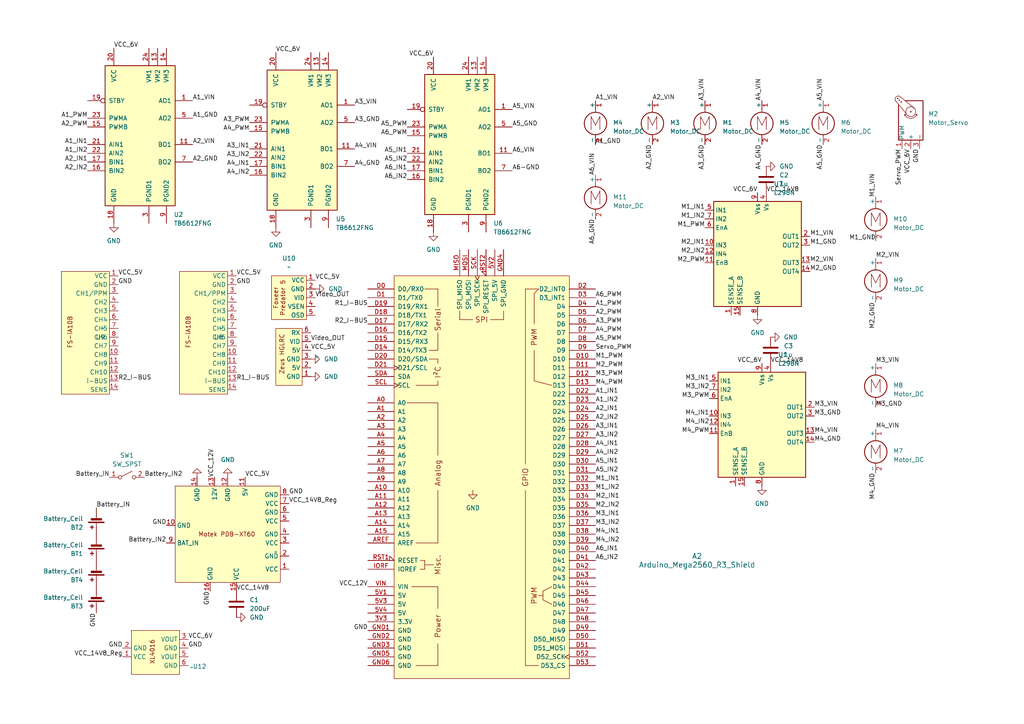
<source format=kicad_sch>
(kicad_sch (version 20250114) (generator "eeschema") (generator_version "9.0")
  (paper "A4")
  (title_block (title "FPV-ROVER") (date "2025-12-15"))
  (lib_symbols
    (symbol "Device:Battery_Cell" (pin_numbers (hide yes)) (pin_names (offset 0) (hide yes))
      (property "Reference" "BT" (at 2.54 2.54 0))
      (property "Value" "Battery_Cell" (at 2.54 0 0))
      (symbol "Battery_Cell_0_1"
        (rectangle (start -2.286 1.778) (end 2.286 1.524) (fill (type outline)))
        (rectangle (start -1.524 1.016) (end 1.524 0.508) (fill (type outline)))
        (polyline (pts (xy 0 1.778) (xy 0 2.54)))
        (polyline (pts (xy 0 0.762) (xy 0 0)))
        (polyline (pts (xy 0.762 3.048) (xy 1.778 3.048)) (stroke (width 0.254)))
        (polyline (pts (xy 1.27 3.556) (xy 1.27 2.54)) (stroke (width 0.254)))
      )
      (symbol "Battery_Cell_1_1"
        (pin passive line (at 0 5.08 270) (length 2.54) (name "+") (number "1"))
        (pin passive line (at 0 -2.54 90) (length 2.54) (name "-") (number "2"))
      )
    )
    (symbol "Device:C" (pin_numbers (hide yes)) (pin_names (offset 0.254))
      (property "Reference" "C" (at 0.635 2.54 0))
      (property "Value" "C" (at 0.635 -2.54 0))
      (symbol "C_0_1"
        (polyline (pts (xy -2.032 0.762) (xy 2.032 0.762)) (stroke (width 0.508)))
        (polyline (pts (xy -2.032 -0.762) (xy 2.032 -0.762)) (stroke (width 0.508)))
      )
      (symbol "C_1_1"
        (pin passive line (at 0 3.81 270) (length 2.794) (name "~") (number "1"))
        (pin passive line (at 0 -3.81 90) (length 2.794) (name "~") (number "2"))
      )
    )
    (symbol "Driver_Motor:L298N"
      (property "Reference" "U" (at -10.16 16.51 0))
      (property "Value" "L298N" (at 12.7 16.51 0))
      (symbol "L298N_0_1"
        (rectangle (start -12.7 15.24) (end 12.7 -15.24) (stroke (width 0.254)) (fill (type background)))
      )
      (symbol "L298N_1_1"
        (pin input line (at -15.24 12.7 0) (length 2.54) (name "IN1") (number "5"))
        (pin input line (at -15.24 10.16 0) (length 2.54) (name "IN2") (number "7"))
        (pin input line (at -15.24 7.62 0) (length 2.54) (name "EnA") (number "6"))
        (pin input line (at -15.24 2.54 0) (length 2.54) (name "IN3") (number "10"))
        (pin input line (at -15.24 0 0) (length 2.54) (name "IN4") (number "12"))
        (pin input line (at -15.24 -2.54 0) (length 2.54) (name "EnB") (number "11"))
        (pin input line (at -7.62 -17.78 90) (length 2.54) (name "SENSE_A") (number "1"))
        (pin input line (at -5.08 -17.78 90) (length 2.54) (name "SENSE_B") (number "15"))
        (pin power_in line (at 0 17.78 270) (length 2.54) (name "Vss") (number "9"))
        (pin power_in line (at 0 -17.78 90) (length 2.54) (name "GND") (number "8"))
        (pin power_in line (at 2.54 17.78 270) (length 2.54) (name "Vs") (number "4"))
        (pin output line (at 15.24 5.08 180) (length 2.54) (name "OUT1") (number "2"))
        (pin output line (at 15.24 2.54 180) (length 2.54) (name "OUT2") (number "3"))
        (pin output line (at 15.24 -2.54 180) (length 2.54) (name "OUT3") (number "13"))
        (pin output line (at 15.24 -5.08 180) (length 2.54) (name "OUT4") (number "14"))
      )
    )
    (symbol "Driver_Motor:TB6612FNG" (pin_names (offset 1.016))
      (property "Reference" "U" (at 11.43 17.78 0))
      (property "Value" "TB6612FNG" (at 11.43 15.24 0))
      (symbol "TB6612FNG_0_1"
        (rectangle (start -10.16 20.32) (end 10.16 -20.32) (stroke (width 0.254)) (fill (type background)))
      )
      (symbol "TB6612FNG_1_1"
        (pin input inverted (at -15.24 10.16 0) (length 5.08) (name "STBY") (number "19"))
        (pin input line (at -15.24 5.08 0) (length 5.08) (name "PWMA") (number "23"))
        (pin input line (at -15.24 2.54 0) (length 5.08) (name "PWMB") (number "15"))
        (pin input line (at -15.24 -2.54 0) (length 5.08) (name "AIN1") (number "21"))
        (pin input line (at -15.24 -5.08 0) (length 5.08) (name "AIN2") (number "22"))
        (pin input line (at -15.24 -7.62 0) (length 5.08) (name "BIN1") (number "17"))
        (pin input line (at -15.24 -10.16 0) (length 5.08) (name "BIN2") (number "16"))
        (pin power_in line (at -7.62 25.4 270) (length 5.08) (name "VCC") (number "20"))
        (pin power_in line (at -7.62 -25.4 90) (length 5.08) (name "GND") (number "18"))
        (pin power_in line (at 2.54 25.4 270) (length 5.08) (name "VM1") (number "24"))
        (pin power_in line (at 2.54 -25.4 90) (length 5.08) (name "PGND1") (number "3"))
        (pin passive line (at 2.54 -25.4 90) (length 5.08) (hide yes) (name "PGND1") (number "4"))
        (pin power_in line (at 5.08 25.4 270) (length 5.08) (name "VM2") (number "13"))
        (pin power_in line (at 7.62 25.4 270) (length 5.08) (name "VM3") (number "14"))
        (pin passive line (at 7.62 -25.4 90) (length 5.08) (hide yes) (name "PGND2") (number "10"))
        (pin power_in line (at 7.62 -25.4 90) (length 5.08) (name "PGND2") (number "9"))
        (pin output line (at 15.24 10.16 180) (length 5.08) (name "AO1") (number "1"))
        (pin passive line (at 15.24 10.16 180) (length 5.08) (hide yes) (name "AO1") (number "2"))
        (pin output line (at 15.24 5.08 180) (length 5.08) (name "AO2") (number "5"))
        (pin passive line (at 15.24 5.08 180) (length 5.08) (hide yes) (name "AO2") (number "6"))
        (pin output line (at 15.24 -2.54 180) (length 5.08) (name "BO1") (number "11"))
        (pin passive line (at 15.24 -2.54 180) (length 5.08) (hide yes) (name "BO1") (number "12"))
        (pin output line (at 15.24 -7.62 180) (length 5.08) (name "BO2") (number "7"))
        (pin passive line (at 15.24 -7.62 180) (length 5.08) (hide yes) (name "BO2") (number "8"))
      )
    )
    (symbol "Extra_Components_Personalized:FS-IA10B"
      (property "Reference" "U8" (at -1.27 15.2399 0))
      (property "Value" "~" (at -1.27 17.7799 0))
      (symbol "FS-IA10B_0_0"
        (pin power_in line (at 2.54 33.02 180) (length 2.54) (name "VCC") (number "1"))
        (pin power_in line (at 2.54 30.48 180) (length 2.54) (name "GND") (number "2"))
        (pin bidirectional line (at 2.54 27.94 180) (length 2.54) (name "CH1/PPM") (number "3"))
        (pin output line (at 2.54 25.4 180) (length 2.54) (name "CH2") (number "4"))
        (pin output line (at 2.54 22.86 180) (length 2.54) (name "CH3") (number "5"))
        (pin output line (at 2.54 20.32 180) (length 2.54) (name "CH4") (number "6"))
        (pin output line (at 2.54 17.78 180) (length 2.54) (name "CH5") (number "7"))
        (pin output line (at 2.54 15.24 180) (length 2.54) (name "CH6") (number "8"))
        (pin output line (at 2.54 12.7 180) (length 2.54) (name "CH7") (number "9"))
        (pin output line (at 2.54 10.16 180) (length 2.54) (name "CH8") (number "10"))
        (pin output line (at 2.54 7.62 180) (length 2.54) (name "CH9") (number "11"))
        (pin output line (at 2.54 5.08 180) (length 2.54) (name "CH10") (number "12"))
        (pin bidirectional line (at 2.54 2.54 180) (length 2.54) (name "i-BUS") (number "13"))
        (pin bidirectional line (at 2.54 0 180) (length 2.54) (name "SENS") (number "14"))
      )
      (symbol "FS-IA10B_1_1"
        (rectangle (start -13.97 34.29) (end 0 -1.27) (fill (type background)))
        (text "FS-iA10B" (at -11.43 16.764 900) (effects (font (size 1.27 1.27))))
      )
    )
    (symbol "Extra_Components_Personalized:Foxeer_Predator_5"
      (property "Reference" "U10" (at 0 17.78 0))
      (property "Value" "~" (at 0 15.24 0))
      (symbol "Foxeer_Predator_5_0_0"
        (pin power_in line (at 7.62 11.43 180) (length 2.54) (name "VCC") (number "1"))
        (pin power_in line (at 7.62 8.89 180) (length 2.54) (name "GND") (number "2"))
        (pin output line (at 7.62 6.35 180) (length 2.54) (name "VID") (number "3"))
        (pin output line (at 7.62 3.81 180) (length 2.54) (name "VSEN") (number "4"))
        (pin output line (at 7.62 1.27 180) (length 2.54) (name "OSD") (number "5"))
      )
      (symbol "Foxeer_Predator_5_1_1"
        (rectangle (start -5.08 12.7) (end 5.08 0) (fill (type background)))
        (text "Foxeer\nPredator 5\n" (at -2.794 6.35 900) (effects (font (size 1.27 1.27))))
      )
    )
    (symbol "Extra_Components_Personalized:XL4016"
      (property "Reference" "U" (at -16.51 1.27 0))
      (symbol "XL4016_0_0"
        (pin unspecified line (at -16.51 3.81 0) (length 2.54) (name "GND") (number "2"))
        (pin unspecified line (at -16.51 1.27 0) (length 2.54) (name "VCC") (number "1"))
        (pin unspecified line (at 2.54 6.35 180) (length 2.54) (name "VOUT") (number "3"))
        (pin unspecified line (at 2.54 3.81 180) (length 2.54) (name "GND") (number "4"))
        (pin unspecified line (at 2.54 1.27 180) (length 2.54) (name "VOUT") (number "5"))
        (pin unspecified line (at 2.54 -1.27 180) (length 2.54) (name "GND") (number "6"))
      )
      (symbol "XL4016_1_1"
        (rectangle (start -13.97 8.89) (end 0 -3.81) (fill (type background)))
        (text "XL4016\n" (at -7.874 2.794 900) (effects (font (size 1.27 1.27))))
      )
    )
    (symbol "Motor:Motor_DC" (pin_names (offset 0))
      (property "Reference" "M" (at 2.54 2.54 0))
      (property "Value" "Motor_DC" (at 2.54 -5.08 0))
      (symbol "Motor_DC_0_0"
        (polyline (pts (xy -1.27 -3.302) (xy -1.27 0.508) (xy 0 -2.032) (xy 1.27 0.508) (xy 1.27 -3.302)))
      )
      (symbol "Motor_DC_0_1"
        (polyline (pts (xy 0 2.032) (xy 0 2.54)))
        (polyline (pts (xy 0 1.7272) (xy 0 2.0828)))
        (circle (center 0 -1.524) (radius 3.2512) (stroke (width 0.254)))
        (polyline (pts (xy 0 -4.7752) (xy 0 -5.1816)))
        (polyline (pts (xy 0 -7.62) (xy 0 -7.112)))
      )
      (symbol "Motor_DC_1_1"
        (pin passive line (at 0 5.08 270) (length 2.54) (name "+") (number "1"))
        (pin passive line (at 0 -7.62 90) (length 2.54) (name "-") (number "2"))
      )
    )
    (symbol "Motor:Motor_Servo" (pin_names (offset 0.0254))
      (property "Reference" "M" (at -5.08 4.445 0))
      (property "Value" "Motor_Servo" (at -5.08 -4.064 0))
      (symbol "Motor_Servo_0_1"
        (polyline (pts (xy 2.413 1.778) (xy 1.905 1.778)))
        (polyline (pts (xy 2.413 1.778) (xy 2.286 1.397)))
        (polyline (pts (xy 2.413 -1.778) (xy 2.032 -1.778)))
        (polyline (pts (xy 2.413 -1.778) (xy 2.286 -1.397)))
        (arc (start 2.413 -1.778) (mid 1.2406 0) (end 2.413 1.778))
        (circle (center 3.175 0) (radius 0.1778))
        (circle (center 3.175 0) (radius 1.4224))
        (polyline (pts (xy 5.08 3.556) (xy -5.08 3.556) (xy -5.08 -3.556) (xy 6.35 -3.556) (xy 6.35 1.524)) (stroke (width 0.254)))
        (circle (center 5.969 2.794) (radius 0.127))
        (polyline (pts (xy 6.35 4.445) (xy 2.54 1.27)))
        (circle (center 6.477 3.302) (radius 0.127))
        (arc (start 6.35 4.445) (mid 7.4487 4.2737) (end 7.62 3.175))
        (circle (center 6.985 3.81) (radius 0.127))
        (polyline (pts (xy 7.62 3.175) (xy 4.191 -1.016)))
      )
      (symbol "Motor_Servo_1_1"
        (pin passive line (at -7.62 2.54 0) (length 2.54) (name "PWM") (number "1"))
        (pin passive line (at -7.62 0 0) (length 2.54) (name "+") (number "2"))
        (pin passive line (at -7.62 -2.54 0) (length 2.54) (name "-") (number "3"))
      )
    )
    (symbol "PDB-XT60:PDB-XT60"
      (property "Value" "~" (at 29.21 8.8198 0))
      (symbol "PDB-XT60_1_1"
        (rectangle (start 0 27.94) (end 30.48 0) (fill (type background)))
        (text "Motek PDB-XT60" (at 14.986 13.97 0) (effects (font (size 1.27 1.27))))
        (pin power_in line (at -2.54 16.51 0) (length 2.54) (name "GND") (number "10"))
        (pin power_in line (at -2.54 11.43 0) (length 2.54) (name "BAT_IN") (number "9"))
        (pin power_out line (at 6.35 30.48 270) (length 2.54) (name "GND") (number "14"))
        (pin power_out line (at 10.16 -2.54 90) (length 2.54) (name "GND") (number "16"))
        (pin power_out line (at 11.43 30.48 270) (length 2.54) (name "12V") (number "13"))
        (pin power_out line (at 15.24 30.48 270) (length 2.54) (name "GND") (number "12"))
        (pin power_out line (at 17.78 -2.54 90) (length 2.54) (name "VCC") (number "15"))
        (pin power_out line (at 20.32 30.48 270) (length 2.54) (name "5V") (number "11"))
        (pin passive line (at 33.02 25.4 180) (length 2.54) (name "GND") (number "8"))
        (pin passive line (at 33.02 22.86 180) (length 2.54) (name "VCC") (number "7"))
        (pin passive line (at 33.02 20.32 180) (length 2.54) (name "GND") (number "6"))
        (pin passive line (at 33.02 17.78 180) (length 2.54) (name "VCC") (number "5"))
        (pin passive line (at 33.02 13.97 180) (length 2.54) (name "GND") (number "4"))
        (pin passive line (at 33.02 11.43 180) (length 2.54) (name "VCC") (number "3"))
        (pin passive line (at 33.02 7.62 180) (length 2.54) (name "GND") (number "2"))
        (pin passive line (at 33.02 3.81 180) (length 2.54) (name "VCC") (number "1"))
      )
    )
    (symbol "Switch:SW_SPST" (pin_names (offset 0) (hide yes))
      (property "Reference" "SW" (at 0 3.175 0))
      (property "Value" "SW_SPST" (at 0 -2.54 0))
      (symbol "SW_SPST_0_0"
        (circle (center -2.032 0) (radius 0.508))
        (polyline (pts (xy -1.524 0.254) (xy 1.524 1.778)))
        (circle (center 2.032 0) (radius 0.508))
      )
      (symbol "SW_SPST_1_1"
        (pin passive line (at -5.08 0 0) (length 2.54) (name "A") (number "1"))
        (pin passive line (at 5.08 0 180) (length 2.54) (name "B") (number "2"))
      )
    )
    (symbol "arduino-library:Arduino_Mega2560_R3_Shield" (pin_names (offset 1.016))
      (property "Reference" "A" (at 0 -62.23 0))
      (property "Value" "Arduino_Mega2560_R3_Shield" (at 0 -66.04 0))
      (symbol "Arduino_Mega2560_R3_Shield_0_0"
        (rectangle (start -25.4 -58.42) (end 25.4 58.42) (fill (type background)))
        (polyline (pts (xy -21.59 21.59) (xy -12.7 21.59)))
        (rectangle (start -20.32 -31.75) (end -12.7 -31.75))
        (rectangle (start -19.05 26.67) (end -12.7 26.67))
        (rectangle (start -19.05 -19.05) (end -12.7 -19.05))
        (rectangle (start -19.05 -54.61) (end -12.7 -54.61))
        (rectangle (start -17.78 -24.13) (end -16.51 -24.13))
        (rectangle (start -17.78 -26.67) (end -16.51 -26.67))
        (rectangle (start -16.51 54.61) (end -12.7 54.61))
        (rectangle (start -16.51 -24.13) (end -16.51 -26.67))
        (rectangle (start -16.51 -25.4) (end -13.97 -25.4))
        (rectangle (start -15.24 36.83) (end -12.7 36.83))
        (rectangle (start -15.24 34.29) (end -12.7 34.29))
        (rectangle (start -12.7 49.53) (end -12.7 54.61))
        (rectangle (start -12.7 41.91) (end -12.7 36.83))
        (rectangle (start -12.7 34.29) (end -12.7 33.02))
        (rectangle (start -12.7 26.67) (end -12.7 27.94))
        (polyline (pts (xy -12.7 6.35) (xy -12.7 21.59)))
        (polyline (pts (xy -12.7 -19.05) (xy -12.7 -3.81)))
        (rectangle (start -12.7 -31.75) (end -12.7 -38.1))
        (rectangle (start -12.7 -54.61) (end -12.7 -48.26))
        (rectangle (start -6.35 48.26) (end -6.35 45.72))
        (rectangle (start -2.54 45.72) (end -6.35 45.72))
        (rectangle (start 6.35 48.26) (end 6.35 45.72))
        (rectangle (start 6.35 45.72) (end 2.54 45.72))
        (polyline (pts (xy 12.7 54.61) (xy 16.51 54.61)))
        (polyline (pts (xy 12.7 -54.61) (xy 16.51 -54.61)))
        (polyline (pts (xy 15.24 44.45) (xy 15.24 53.34) (xy 16.51 54.61)))
        (polyline (pts (xy 15.24 36.83) (xy 15.24 27.94) (xy 20.32 26.67)))
        (polyline (pts (xy 17.78 -34.29) (xy 16.51 -34.29)))
        (polyline (pts (xy 20.32 -31.75) (xy 17.78 -33.02) (xy 17.78 -35.56) (xy 20.32 -36.83)))
        (text "Serial" (at -12.7 45.72 900) (effects (font (size 1.524 1.524))))
        (text "I²C" (at -12.7 30.48 900) (effects (font (size 1.524 1.524))))
        (text "Analog" (at -12.7 1.27 900) (effects (font (size 1.524 1.524))))
        (text "Misc." (at -12.7 -25.4 900) (effects (font (size 1.524 1.524))))
        (text "Power" (at -12.7 -43.18 900) (effects (font (size 1.524 1.524))))
        (text "SPI" (at 0 45.72 0) (effects (font (size 1.524 1.524))))
        (text "PWM" (at 15.24 40.64 900) (effects (font (size 1.524 1.524))))
        (text "PWM" (at 15.24 -34.29 900) (effects (font (size 1.524 1.524))))
      )
      (symbol "Arduino_Mega2560_R3_Shield_1_0"
        (rectangle (start 12.7 54.61) (end 12.7 3.81))
        (rectangle (start 12.7 -54.61) (end 12.7 -3.81))
        (text "GPIO" (at 12.7 0 900) (effects (font (size 1.524 1.524))))
      )
      (symbol "Arduino_Mega2560_R3_Shield_1_1"
        (pin bidirectional line (at -33.02 54.61 0) (length 7.62) (name "D0/RX0") (number "D0"))
        (pin bidirectional line (at -33.02 52.07 0) (length 7.62) (name "D1/TX0") (number "D1"))
        (pin bidirectional line (at -33.02 49.53 0) (length 7.62) (name "D19/RX1") (number "D19"))
        (pin bidirectional line (at -33.02 46.99 0) (length 7.62) (name "D18/TX1") (number "D18"))
        (pin bidirectional line (at -33.02 44.45 0) (length 7.62) (name "D17/RX2") (number "D17"))
        (pin bidirectional line (at -33.02 41.91 0) (length 7.62) (name "D16/TX2") (number "D16"))
        (pin bidirectional line (at -33.02 39.37 0) (length 7.62) (name "D15/RX3") (number "D15"))
        (pin bidirectional line (at -33.02 36.83 0) (length 7.62) (name "D14/TX3") (number "D14"))
        (pin bidirectional line (at -33.02 34.29 0) (length 7.62) (name "D20/SDA") (number "D20"))
        (pin bidirectional clock (at -33.02 31.75 0) (length 7.62) (name "D21/SCL") (number "D21"))
        (pin bidirectional line (at -33.02 29.21 0) (length 7.62) (name "SDA") (number "SDA"))
        (pin bidirectional clock (at -33.02 26.67 0) (length 7.62) (name "SCL") (number "SCL"))
        (pin bidirectional line (at -33.02 21.59 0) (length 7.62) (name "A0") (number "A0"))
        (pin bidirectional line (at -33.02 19.05 0) (length 7.62) (name "A1") (number "A1"))
        (pin bidirectional line (at -33.02 16.51 0) (length 7.62) (name "A2") (number "A2"))
        (pin bidirectional line (at -33.02 13.97 0) (length 7.62) (name "A3") (number "A3"))
        (pin bidirectional line (at -33.02 11.43 0) (length 7.62) (name "A4") (number "A4"))
        (pin bidirectional line (at -33.02 8.89 0) (length 7.62) (name "A5") (number "A5"))
        (pin bidirectional line (at -33.02 6.35 0) (length 7.62) (name "A6") (number "A6"))
        (pin bidirectional line (at -33.02 3.81 0) (length 7.62) (name "A7") (number "A7"))
        (pin bidirectional line (at -33.02 1.27 0) (length 7.62) (name "A8") (number "A8"))
        (pin bidirectional line (at -33.02 -1.27 0) (length 7.62) (name "A9") (number "A9"))
        (pin bidirectional line (at -33.02 -3.81 0) (length 7.62) (name "A10") (number "A10"))
        (pin bidirectional line (at -33.02 -6.35 0) (length 7.62) (name "A11") (number "A11"))
        (pin bidirectional line (at -33.02 -8.89 0) (length 7.62) (name "A12") (number "A12"))
        (pin bidirectional line (at -33.02 -11.43 0) (length 7.62) (name "A13") (number "A13"))
        (pin bidirectional line (at -33.02 -13.97 0) (length 7.62) (name "A14") (number "A14"))
        (pin bidirectional line (at -33.02 -16.51 0) (length 7.62) (name "A15") (number "A15"))
        (pin input line (at -33.02 -19.05 0) (length 7.62) (name "AREF") (number "AREF"))
        (pin open_collector input_low (at -33.02 -24.13 0) (length 7.62) (name "RESET") (number "RST1"))
        (pin output line (at -33.02 -26.67 0) (length 7.62) (name "IOREF") (number "IORF"))
        (pin power_in line (at -33.02 -31.75 0) (length 7.62) (name "VIN") (number "VIN"))
        (pin power_in line (at -33.02 -34.29 0) (length 7.62) (name "5V") (number "5V1"))
        (pin power_in line (at -33.02 -36.83 0) (length 7.62) (name "5V") (number "5V3"))
        (pin power_in line (at -33.02 -39.37 0) (length 7.62) (name "5V") (number "5V4"))
        (pin power_out line (at -33.02 -41.91 0) (length 7.62) (name "3.3V") (number "3V3"))
        (pin power_in line (at -33.02 -44.45 0) (length 7.62) (name "GND") (number "GND1"))
        (pin power_in line (at -33.02 -46.99 0) (length 7.62) (name "GND") (number "GND2"))
        (pin power_in line (at -33.02 -49.53 0) (length 7.62) (name "GND") (number "GND3"))
        (pin power_in line (at -33.02 -52.07 0) (length 7.62) (name "GND") (number "GND5"))
        (pin power_in line (at -33.02 -54.61 0) (length 7.62) (name "GND") (number "GND6"))
        (pin input line (at -6.35 66.04 270) (length 7.62) (name "SPI_MISO") (number "MISO"))
        (pin output line (at -3.81 66.04 270) (length 7.62) (name "SPI_MOSI") (number "MOSI"))
        (pin output clock (at -1.27 66.04 270) (length 7.62) (name "SPI_SCK") (number "SCK"))
        (pin open_collector input_low (at 1.27 66.04 270) (length 7.62) (name "SPI_RESET") (number "RST2"))
        (pin power_in line (at 3.81 66.04 270) (length 7.62) (name "SPI_5V") (number "5V2"))
        (pin power_in line (at 6.35 66.04 270) (length 7.62) (name "SPI_GND") (number "GND4"))
        (pin bidirectional line (at 33.02 54.61 180) (length 7.62) (name "D2_INT0") (number "D2"))
        (pin bidirectional line (at 33.02 52.07 180) (length 7.62) (name "D3_INT1") (number "D3"))
        (pin bidirectional line (at 33.02 49.53 180) (length 7.62) (name "D4") (number "D4"))
        (pin bidirectional line (at 33.02 46.99 180) (length 7.62) (name "D5") (number "D5"))
        (pin bidirectional line (at 33.02 44.45 180) (length 7.62) (name "D6") (number "D6"))
        (pin bidirectional line (at 33.02 41.91 180) (length 7.62) (name "D7") (number "D7"))
        (pin bidirectional line (at 33.02 39.37 180) (length 7.62) (name "D8") (number "D8"))
        (pin bidirectional line (at 33.02 36.83 180) (length 7.62) (name "D9") (number "D9"))
        (pin bidirectional line (at 33.02 34.29 180) (length 7.62) (name "D10") (number "D10"))
        (pin bidirectional line (at 33.02 31.75 180) (length 7.62) (name "D11") (number "D11"))
        (pin bidirectional line (at 33.02 29.21 180) (length 7.62) (name "D12") (number "D12"))
        (pin bidirectional line (at 33.02 26.67 180) (length 7.62) (name "D13") (number "D13"))
        (pin bidirectional line (at 33.02 24.13 180) (length 7.62) (name "D22") (number "D22"))
        (pin bidirectional line (at 33.02 21.59 180) (length 7.62) (name "D23") (number "D23"))
        (pin bidirectional line (at 33.02 19.05 180) (length 7.62) (name "D24") (number "D24"))
        (pin bidirectional line (at 33.02 16.51 180) (length 7.62) (name "D25") (number "D25"))
        (pin bidirectional line (at 33.02 13.97 180) (length 7.62) (name "D26") (number "D26"))
        (pin bidirectional line (at 33.02 11.43 180) (length 7.62) (name "D27") (number "D27"))
        (pin bidirectional line (at 33.02 8.89 180) (length 7.62) (name "D28") (number "D28"))
        (pin bidirectional line (at 33.02 6.35 180) (length 7.62) (name "D29") (number "D29"))
        (pin bidirectional line (at 33.02 3.81 180) (length 7.62) (name "D30") (number "D30"))
        (pin bidirectional line (at 33.02 1.27 180) (length 7.62) (name "D31") (number "D31"))
        (pin bidirectional line (at 33.02 -1.27 180) (length 7.62) (name "D32") (number "D32"))
        (pin bidirectional line (at 33.02 -3.81 180) (length 7.62) (name "D33") (number "D33"))
        (pin bidirectional line (at 33.02 -6.35 180) (length 7.62) (name "D34") (number "D34"))
        (pin bidirectional line (at 33.02 -8.89 180) (length 7.62) (name "D35") (number "D35"))
        (pin bidirectional line (at 33.02 -11.43 180) (length 7.62) (name "D36") (number "D36"))
        (pin bidirectional line (at 33.02 -13.97 180) (length 7.62) (name "D37") (number "D37"))
        (pin bidirectional line (at 33.02 -16.51 180) (length 7.62) (name "D38") (number "D38"))
        (pin bidirectional line (at 33.02 -19.05 180) (length 7.62) (name "D39") (number "D39"))
        (pin bidirectional line (at 33.02 -21.59 180) (length 7.62) (name "D40") (number "D40"))
        (pin bidirectional line (at 33.02 -24.13 180) (length 7.62) (name "D41") (number "D41"))
        (pin bidirectional line (at 33.02 -26.67 180) (length 7.62) (name "D42") (number "D42"))
        (pin bidirectional line (at 33.02 -29.21 180) (length 7.62) (name "D43") (number "D43"))
        (pin bidirectional line (at 33.02 -31.75 180) (length 7.62) (name "D44") (number "D44"))
        (pin bidirectional line (at 33.02 -34.29 180) (length 7.62) (name "D45") (number "D45"))
        (pin bidirectional line (at 33.02 -36.83 180) (length 7.62) (name "D46") (number "D46"))
        (pin bidirectional line (at 33.02 -39.37 180) (length 7.62) (name "D47") (number "D47"))
        (pin bidirectional line (at 33.02 -41.91 180) (length 7.62) (name "D48") (number "D48"))
        (pin bidirectional line (at 33.02 -44.45 180) (length 7.62) (name "D49") (number "D49"))
        (pin bidirectional line (at 33.02 -46.99 180) (length 7.62) (name "D50_MISO") (number "D50"))
        (pin bidirectional line (at 33.02 -49.53 180) (length 7.62) (name "D51_MOSI") (number "D51"))
        (pin bidirectional clock (at 33.02 -52.07 180) (length 7.62) (name "D52_SCK") (number "D52"))
        (pin bidirectional line (at 33.02 -54.61 180) (length 7.62) (name "D53_CS") (number "D53"))
      )
    )
    (symbol "power:GND" (power) (pin_numbers (hide yes)) (pin_names (offset 0) (hide yes))
      (property "Value" "GND" (at 0 -3.81 0))
      (symbol "GND_0_1"
        (polyline (pts (xy 0 0) (xy 0 -1.27) (xy 1.27 -1.27) (xy 0 -2.54) (xy -1.27 -1.27) (xy 0 -1.27)))
      )
      (symbol "GND_1_1"
        (pin power_in line (at 0 0 270) (length 0) (name "~") (number "1"))
      )
    )
    (symbol "zeus_HGLRC:zeus HGLRC"
      (property "Value" "~" (at 15.24 0.6351 0))
      (symbol "zeus HGLRC_1_1"
        (rectangle (start 3.81 8.89) (end 11.43 -7.62) (fill (type background)))
        (text "Zeus HGLRC" (at 5.588 1.524 900) (effects (font (size 1.27 1.27))))
        (pin input line (at 13.97 7.62 180) (length 2.54) (name "RX") (number "6"))
        (pin input line (at 13.97 5.08 180) (length 2.54) (name "VID") (number "5"))
        (pin power_in line (at 13.97 2.54 180) (length 2.54) (name "5V") (number "4"))
        (pin power_in line (at 13.97 0 180) (length 2.54) (name "GND") (number "3"))
        (pin power_in line (at 13.97 -2.54 180) (length 2.54) (name "5V") (number "2"))
        (pin power_in line (at 13.97 -5.08 180) (length 2.54) (name "GND") (number "1"))
      )
    )
  )
  (wire (pts (xy 27.94 149.86) (xy 27.94 147.32)))
  (label "Servo_PWM" (at 261.62 43.18 270))
  (label "VCC_5V" (at 91.44 81.28 0))
  (label "VCC_5V" (at 90.17 101.6 0))
  (label "A5_PWM" (at 172.72 99.06 0))
  (label "A1_PWM" (at 25.4 34.29 180))
  (label "A6-GND" (at 148.59 49.53 0))
  (label "A6_PWM" (at 172.72 86.36 0))
  (label "GND" (at 83.82 143.51 0))
  (label "M3_PWM" (at 205.74 115.57 180))
  (label "M4_PWM" (at 205.74 125.73 180))
  (label "M3_PWM" (at 172.72 109.22 0))
  (label "M4_PWM" (at 172.72 111.76 0))
  (label "M2_PWM" (at 172.72 106.68 0))
  (label "M2_PWM" (at 204.47 76.2 180))
  (label "Battery_IN2" (at 41.91 138.43 0))
  (label "A6_VIN" (at 172.72 50.8 90))
  (label "VCC_5V" (at 68.58 80.01 0))
  (label "GND" (at 68.58 82.55 0))
  (label "VCC_5V" (at 34.29 80.01 0))
  (label "GND" (at 34.29 82.55 0))
  (label "VCC_6V" (at 125.73 16.51 180))
  (label "VCC_6V" (at 33.02 13.97 0))
  (label "VCC_6V" (at 80.01 15.24 0))
  (label "VCC_14V8" (at 223.52 105.41 0))
  (label "GND" (at 54.61 187.96 0))
  (label "VCC_6V" (at 54.61 185.42 0))
  (label "GND" (at 35.56 187.96 180))
  (label "Battery_IN" (at 27.94 147.32 0))
  (label "VCC_14V8_Reg" (at 35.56 190.5 180))
  (label "GND" (at 27.94 177.8 270))
  (label "GND" (at 106.68 182.88 180))
  (label "VCC_12V" (at 106.68 170.18 180))
  (label "GND" (at 48.26 152.4 180))
  (label "VCC_12V" (at 62.23 138.43 90))
  (label "VCC_5V" (at 71.12 138.43 0))
  (label "GND" (at 266.7 43.18 270))
  (label "VCC_6V" (at 264.16 43.18 270))
  (label "VCC_14V8" (at 222.25 55.88 0))
  (label "R1_I-BUS" (at 106.68 88.9 180))
  (label "A5_VIN" (at 148.59 31.75 0))
  (label "A5_GND" (at 148.59 36.83 0))
  (label "A1_VIN" (at 55.88 29.21 0))
  (label "A1_GND" (at 55.88 34.29 0))
  (label "A2_VIN" (at 55.88 41.91 0))
  (label "A2_GND" (at 55.88 46.99 0))
  (label "A3_VIN" (at 102.87 30.48 0))
  (label "A3_GND" (at 102.87 35.56 0))
  (label "A4_VIN" (at 102.87 43.18 0))
  (label "A4_GND" (at 102.87 48.26 0))
  (label "M4_GND" (at 254 137.16 270))
  (label "M3_GND" (at 236.22 120.65 0))
  (label "M4_VIN" (at 236.22 125.73 0))
  (label "M4_GND" (at 236.22 128.27 0))
  (label "M1_GND" (at 234.95 71.12 0))
  (label "M1_GND" (at 254 69.85 180))
  (label "M2_VIN" (at 254 74.93 0))
  (label "M4_VIN" (at 254 124.46 0))
  (label "M2_GND" (at 254 87.63 270))
  (label "M3_VIN" (at 254 105.41 0))
  (label "M3_GND" (at 254 118.11 0))
  (label "M3_VIN" (at 236.22 118.11 0))
  (label "M2_GND" (at 234.95 78.74 0))
  (label "M2_VIN" (at 234.95 76.2 0))
  (label "M1_VIN" (at 254 57.15 90))
  (label "A5_GND" (at 238.76 41.91 270))
  (label "A4_VIN" (at 220.98 29.21 90))
  (label "A4_GND" (at 220.98 41.91 270))
  (label "A5_VIN" (at 238.76 29.21 90))
  (label "A3_GND" (at 204.47 41.91 270))
  (label "A1_VIN" (at 172.72 29.21 0))
  (label "A1_GND" (at 172.72 41.91 0))
  (label "A2_VIN" (at 189.23 29.21 0))
  (label "A2_GND" (at 189.23 41.91 270))
  (label "A3_VIN" (at 204.47 29.21 90))
  (label "M1_VIN" (at 234.95 68.58 0))
  (label "A5_PWM" (at 118.11 36.83 180))
  (label "A1_PWM" (at 172.72 88.9 0))
  (label "A6_IN2" (at 118.11 52.07 180))
  (label "A2_PWM" (at 172.72 91.44 0))
  (label "VCC_6V" (at 220.98 105.41 180))
  (label "VCC_6V" (at 219.71 55.88 180))
  (label "A6_IN1" (at 118.11 49.53 180))
  (label "A6_IN1" (at 172.72 160.02 0))
  (label "A4_PWM" (at 72.39 38.1 180))
  (label "A6_PWM" (at 118.11 39.37 180))
  (label "R2_I-BUS" (at 34.29 110.49 0))
  (label "R2_I-BUS" (at 106.68 93.98 180))
  (label "A4_IN2" (at 72.39 50.8 180))
  (label "A3_IN1" (at 72.39 43.18 180))
  (label "A3_IN2" (at 72.39 45.72 180))
  (label "A4_IN1" (at 72.39 48.26 180))
  (label "A1_IN1" (at 25.4 41.91 180))
  (label "A1_IN2" (at 25.4 44.45 180))
  (label "A2_IN1" (at 25.4 46.99 180))
  (label "A2_IN2" (at 25.4 49.53 180))
  (label "A5_IN2" (at 118.11 46.99 180))
  (label "A5_IN1" (at 118.11 44.45 180))
  (label "M1_IN1" (at 172.72 139.7 0))
  (label "M2_IN2" (at 172.72 147.32 0))
  (label "M3_IN1" (at 172.72 149.86 0))
  (label "M4_IN1" (at 172.72 154.94 0))
  (label "M4_IN2" (at 172.72 157.48 0))
  (label "M1_IN2" (at 172.72 142.24 0))
  (label "M2_IN1" (at 172.72 144.78 0))
  (label "M3_IN2" (at 172.72 152.4 0))
  (label "M3_IN2" (at 205.74 113.03 180))
  (label "M4_IN1" (at 205.74 120.65 180))
  (label "M4_IN2" (at 205.74 123.19 180))
  (label "M3_IN1" (at 205.74 110.49 180))
  (label "A1_IN1" (at 172.72 114.3 0))
  (label "A1_IN2" (at 172.72 116.84 0))
  (label "A4_IN2" (at 172.72 132.08 0))
  (label "A4_IN1" (at 172.72 129.54 0))
  (label "A5_IN2" (at 172.72 137.16 0))
  (label "A5_IN1" (at 172.72 134.62 0))
  (label "A2_IN1" (at 172.72 119.38 0))
  (label "A3_IN1" (at 172.72 124.46 0))
  (label "A2_IN2" (at 172.72 121.92 0))
  (label "A3_IN2" (at 172.72 127 0))
  (label "M2_IN2" (at 204.47 73.66 180))
  (label "M2_IN1" (at 204.47 71.12 180))
  (label "M1_IN2" (at 204.47 63.5 180))
  (label "M1_IN1" (at 204.47 60.96 180))
  (label "R1_I-BUS" (at 68.58 110.49 0))
  (label "VCC_14V8_Reg" (at 83.82 146.05 0))
  (label "A6_VIN" (at 148.59 44.45 0))
  (label "Servo_PWM" (at 172.72 101.6 0))
  (label "A3_PWM" (at 172.72 93.98 0))
  (label "GND" (at 60.96 171.45 270))
  (label "VCC_14V8" (at 68.58 171.45 0))
  (label "A4_PWM" (at 172.72 96.52 0))
  (label "Battery_IN2" (at 48.26 157.48 180))
  (label "A6_GND" (at 172.72 63.5 270))
  (label "M1_PWM" (at 172.72 104.14 0))
  (label "M1_PWM" (at 204.47 66.04 180))
  (label "A3_PWM" (at 72.39 35.56 180))
  (label "A2_PWM" (at 25.4 36.83 180))
  (label "A6_IN2" (at 172.72 162.56 0))
  (label "Video_OUT" (at 91.44 86.36 0))
  (label "Video_OUT" (at 90.17 99.06 0))
  (label "Battery_IN" (at 31.75 138.43 180))
  (symbol (lib_id "Extra_Components_Personalized:FS-IA10B") (at 66.04 113.03 0) (unit 1)
    (property "Reference" "U8" (at 64.77 97.7901 0) (effects (justify right)))
    (property "Value" "~" (at 64.77 95.2501 0) (effects (justify right)))
  )
  (symbol (lib_id "power:GND") (at 125.73 67.31 0) (unit 1)
    (property "Reference" "#PWR04" (effects (hide yes)))
    (property "Value" "GND" (at 125.73 72.39 0))
    (property "Description" "Power symbol creates a global label with name \"GND\" , ground" (effects (hide yes)))
  )
  (symbol (lib_id "Extra_Components_Personalized:FS-IA10B") (at 31.75 113.03 0) (unit 1)
    (property "Reference" "U9" (at 30.48 97.7901 0) (effects (justify right)))
    (property "Value" "~" (at 30.48 95.2501 0) (effects (justify right)))
  )
  (symbol (lib_id "Motor:Motor_DC") (at 204.47 34.29 0) (unit 1)
    (property "Reference" "M1" (at 209.55 35.5599 0) (effects (justify left)))
    (property "Value" "Motor_DC" (at 209.55 38.0999 0) (effects (justify left)))
    (property "Description" "DC Motor" (effects (hide yes)))
  )
  (symbol (lib_id "PDB-XT60:PDB-XT60") (at 50.8 168.91 0) (unit 1)
    (property "Reference" "U4" (effects (hide yes)))
    (property "Value" "~" (at 80.01 160.0902 0))
  )
  (symbol (lib_id "Motor:Motor_Servo") (at 264.16 35.56 90) (unit 1)
    (property "Reference" "M2" (at 269.24 33.0338 90) (effects (justify right)))
    (property "Value" "Motor_Servo" (at 269.24 35.5738 90) (effects (justify right)))
    (property "Datasheet" "http://forums.parallax.com/uploads/attachments/46831/74481.png" (effects (hide yes)))
    (property "Description" "Servo Motor (Futaba, HiTec, JR connector)" (effects (hide yes)))
  )
  (symbol (lib_id "Motor:Motor_DC") (at 254 110.49 0) (unit 1)
    (property "Reference" "M8" (at 259.08 111.7599 0) (effects (justify left)))
    (property "Value" "Motor_DC" (at 259.08 114.2999 0) (effects (justify left)))
    (property "Description" "DC Motor" (effects (hide yes)))
  )
  (symbol (lib_id "Extra_Components_Personalized:XL4016") (at 52.07 191.77 0) (unit 1)
    (property "Reference" "U12" (at 57.912 193.294 0))
    (property "Value" "~" (at 55.626 193.548 0))
  )
  (symbol (lib_id "Motor:Motor_DC") (at 254 62.23 0) (unit 1)
    (property "Reference" "M10" (at 259.08 63.4999 0) (effects (justify left)))
    (property "Value" "Motor_DC" (at 259.08 66.0399 0) (effects (justify left)))
    (property "Description" "DC Motor" (effects (hide yes)))
  )
  (symbol (lib_id "Motor:Motor_DC") (at 254 129.54 0) (unit 1)
    (property "Reference" "M7" (at 259.08 130.8099 0) (effects (justify left)))
    (property "Value" "Motor_DC" (at 259.08 133.3499 0) (effects (justify left)))
    (property "Description" "DC Motor" (effects (hide yes)))
  )
  (symbol (lib_id "Device:Battery_Cell") (at 27.94 172.72 180) (unit 1)
    (property "Reference" "BT3" (at 24.13 175.8316 0) (effects (justify left)))
    (property "Value" "Battery_Cell" (at 24.13 173.2916 0) (effects (justify left)))
    (property "Description" "Single-cell battery" (effects (hide yes)))
  )
  (symbol (lib_id "Driver_Motor:TB6612FNG") (at 40.64 39.37 0) (unit 1)
    (property "Reference" "U2" (at 50.4033 62.23 0) (effects (justify left)))
    (property "Value" "TB6612FNG" (at 50.4033 64.77 0) (effects (justify left)))
    (property "Footprint" "Package_SO:SSOP-24_5.3x8.2mm_P0.65mm" (effects (hide yes)))
    (property "Datasheet" "https://toshiba.semicon-storage.com/us/product/linear/motordriver/detail.TB6612FNG.html" (effects (hide yes)))
    (property "Description" "Driver IC for Dual DC motor, SSOP-24" (effects (hide yes)))
  )
  (symbol (lib_id "Device:Battery_Cell") (at 27.94 165.1 180) (unit 1)
    (property "Reference" "BT4" (at 24.13 168.2116 0) (effects (justify left)))
    (property "Value" "Battery_Cell" (at 24.13 165.6716 0) (effects (justify left)))
    (property "Description" "Single-cell battery" (effects (hide yes)))
  )
  (symbol (lib_id "power:GND") (at 57.15 138.43 180) (unit 1)
    (property "Reference" "#PWR09" (effects (hide yes)))
    (property "Value" "GND" (effects (hide yes)))
    (property "Description" "Power symbol creates a global label with name \"GND\" , ground" (effects (hide yes)))
  )
  (symbol (lib_id "power:GND") (at 68.58 179.07 90) (unit 1)
    (property "Reference" "#PWR012" (effects (hide yes)))
    (property "Value" "GND" (at 72.39 179.0699 90) (effects (justify right)))
    (property "Description" "Power symbol creates a global label with name \"GND\" , ground" (effects (hide yes)))
  )
  (symbol (lib_id "Switch:SW_SPST") (at 36.83 138.43 0) (unit 1)
    (property "Reference" "SW1" (at 36.83 132.08 0))
    (property "Value" "SW_SPST" (at 36.83 134.62 0))
    (property "Description" "Single Pole Single Throw (SPST) switch" (effects (hide yes)))
  )
  (symbol (lib_id "Motor:Motor_DC") (at 220.98 34.29 0) (unit 1)
    (property "Reference" "M5" (at 226.06 35.5599 0) (effects (justify left)))
    (property "Value" "Motor_DC" (at 226.06 38.0999 0) (effects (justify left)))
    (property "Description" "DC Motor" (effects (hide yes)))
  )
  (symbol (lib_id "Driver_Motor:TB6612FNG") (at 87.63 40.64 0) (unit 1)
    (property "Reference" "U5" (at 97.3933 63.5 0) (effects (justify left)))
    (property "Value" "TB6612FNG" (at 97.3933 66.04 0) (effects (justify left)))
    (property "Footprint" "Package_SO:SSOP-24_5.3x8.2mm_P0.65mm" (effects (hide yes)))
    (property "Datasheet" "https://toshiba.semicon-storage.com/us/product/linear/motordriver/detail.TB6612FNG.html" (effects (hide yes)))
    (property "Description" "Driver IC for Dual DC motor, SSOP-24" (effects (hide yes)))
  )
  (symbol (lib_id "Motor:Motor_DC") (at 189.23 34.29 0) (unit 1)
    (property "Reference" "M3" (at 194.31 35.5599 0) (effects (justify left)))
    (property "Value" "Motor_DC" (at 194.31 38.0999 0) (effects (justify left)))
    (property "Description" "DC Motor" (effects (hide yes)))
  )
  (symbol (lib_id "Extra_Components_Personalized:Foxeer_Predator_5") (at 83.82 92.71 0) (unit 1)
    (property "Reference" "U10" (at 83.82 74.93 0))
    (property "Value" "~" (at 83.82 77.47 0))
  )
  (symbol (lib_id "Device:C") (at 222.25 52.07 0) (unit 1)
    (property "Reference" "C2" (at 226.06 50.7999 0) (effects (justify left)))
    (property "Value" "1u" (at 226.06 53.3399 0) (effects (justify left)))
    (property "Description" "Unpolarized capacitor" (effects (hide yes)))
  )
  (symbol (lib_id "power:GND") (at 137.16 142.24 0) (unit 1)
    (property "Reference" "#PWR08" (effects (hide yes)))
    (property "Value" "GND" (at 137.16 147.32 0))
    (property "Description" "Power symbol creates a global label with name \"GND\" , ground" (effects (hide yes)))
  )
  (symbol (lib_id "Device:Battery_Cell") (at 27.94 149.86 180) (unit 1)
    (property "Reference" "BT2" (at 24.13 152.9716 0) (effects (justify left)))
    (property "Value" "Battery_Cell" (at 24.13 150.4316 0) (effects (justify left)))
    (property "Description" "Single-cell battery" (effects (hide yes)))
  )
  (symbol (lib_id "Driver_Motor:L298N") (at 220.98 123.19 0) (unit 1)
    (property "Reference" "U1" (at 225.6633 102.87 0) (effects (justify left)))
    (property "Value" "L298N" (at 225.6633 105.41 0) (effects (justify left)))
    (property "Footprint" "Package_TO_SOT_THT:TO-220-15_P2.54x5.08mm_StaggerOdd_Lead4.58mm_Vertical" (effects (hide yes)))
    (property "Datasheet" "http://www.st.com/st-web-ui/static/active/en/resource/technical/document/datasheet/CD00000240.pdf" (effects (hide yes)))
    (property "Description" "Dual full bridge motor driver, up to 46V, 4A, Multiwatt15-V" (effects (hide yes)))
  )
  (symbol (lib_id "Motor:Motor_DC") (at 254 80.01 0) (unit 1)
    (property "Reference" "M9" (at 259.08 81.2799 0) (effects (justify left)))
    (property "Value" "Motor_DC" (at 259.08 83.8199 0) (effects (justify left)))
    (property "Description" "DC Motor" (effects (hide yes)))
  )
  (symbol (lib_id "power:GND") (at 90.17 109.22 90) (unit 1)
    (property "Reference" "#PWR07" (effects (hide yes)))
    (property "Value" "GND" (at 93.98 109.2199 90) (effects (justify right)))
    (property "Description" "Power symbol creates a global label with name \"GND\" , ground" (effects (hide yes)))
  )
  (symbol (lib_id "power:GND") (at 220.98 140.97 0) (unit 1)
    (property "Reference" "#PWR011" (effects (hide yes)))
    (property "Value" "GND" (at 220.98 146.05 0))
    (property "Description" "Power symbol creates a global label with name \"GND\" , ground" (effects (hide yes)))
  )
  (symbol (lib_id "Driver_Motor:L298N") (at 219.71 73.66 0) (unit 1)
    (property "Reference" "U7" (at 224.3933 53.34 0) (effects (justify left)))
    (property "Value" "L298N" (at 224.3933 55.88 0) (effects (justify left)))
    (property "Footprint" "Package_TO_SOT_THT:TO-220-15_P2.54x5.08mm_StaggerOdd_Lead4.58mm_Vertical" (effects (hide yes)))
    (property "Datasheet" "http://www.st.com/st-web-ui/static/active/en/resource/technical/document/datasheet/CD00000240.pdf" (effects (hide yes)))
    (property "Description" "Dual full bridge motor driver, up to 46V, 4A, Multiwatt15-V" (effects (hide yes)))
  )
  (symbol (lib_id "power:GND") (at 222.25 48.26 90) (unit 1)
    (property "Reference" "#PWR013" (effects (hide yes)))
    (property "Value" "GND" (at 226.06 48.2599 90) (effects (justify right)))
    (property "Description" "Power symbol creates a global label with name \"GND\" , ground" (effects (hide yes)))
  )
  (symbol (lib_id "Driver_Motor:TB6612FNG") (at 133.35 41.91 0) (unit 1)
    (property "Reference" "U6" (at 143.1133 64.77 0) (effects (justify left)))
    (property "Value" "TB6612FNG" (at 143.1133 67.31 0) (effects (justify left)))
    (property "Footprint" "Package_SO:SSOP-24_5.3x8.2mm_P0.65mm" (effects (hide yes)))
    (property "Datasheet" "https://toshiba.semicon-storage.com/us/product/linear/motordriver/detail.TB6612FNG.html" (effects (hide yes)))
    (property "Description" "Driver IC for Dual DC motor, SSOP-24" (effects (hide yes)))
  )
  (symbol (lib_id "Device:Battery_Cell") (at 27.94 157.48 180) (unit 1)
    (property "Reference" "BT1" (at 24.13 160.5916 0) (effects (justify left)))
    (property "Value" "Battery_Cell" (at 24.13 158.0516 0) (effects (justify left)))
    (property "Description" "Single-cell battery" (effects (hide yes)))
  )
  (symbol (lib_id "power:GND") (at 219.71 91.44 0) (unit 1)
    (property "Reference" "#PWR010" (effects (hide yes)))
    (property "Value" "GND" (at 219.71 96.52 0))
    (property "Description" "Power symbol creates a global label with name \"GND\" , ground" (effects (hide yes)))
  )
  (symbol (lib_id "zeus_HGLRC:zeus HGLRC") (at 76.2 104.14 0) (unit 1)
    (property "Reference" "U3" (effects (hide yes)))
    (property "Value" "~" (at 91.44 103.5049 0) (effects (justify left)))
  )
  (symbol (lib_id "Device:C") (at 223.52 101.6 0) (unit 1)
    (property "Reference" "C3" (at 227.33 100.3299 0) (effects (justify left)))
    (property "Value" "1u" (at 227.33 102.8699 0) (effects (justify left)))
    (property "Description" "Unpolarized capacitor" (effects (hide yes)))
  )
  (symbol (lib_id "power:GND") (at 66.04 138.43 180) (unit 1)
    (property "Reference" "#PWR01" (effects (hide yes)))
    (property "Value" "GND" (at 66.04 133.35 0))
    (property "Description" "Power symbol creates a global label with name \"GND\" , ground" (effects (hide yes)))
  )
  (symbol (lib_id "power:GND") (at 223.52 97.79 90) (unit 1)
    (property "Reference" "#PWR014" (effects (hide yes)))
    (property "Value" "GND" (at 227.33 97.7899 90) (effects (justify right)))
    (property "Description" "Power symbol creates a global label with name \"GND\" , ground" (effects (hide yes)))
  )
  (symbol (lib_id "Device:C") (at 68.58 175.26 180) (unit 1)
    (property "Reference" "C1" (at 72.39 173.9899 0) (effects (justify right)))
    (property "Value" "200uF" (at 72.39 176.5299 0) (effects (justify right)))
    (property "Description" "Unpolarized capacitor" (effects (hide yes)))
  )
  (symbol (lib_id "power:GND") (at 33.02 64.77 0) (unit 1)
    (property "Reference" "#PWR05" (effects (hide yes)))
    (property "Value" "GND" (at 33.02 69.85 0))
    (property "Description" "Power symbol creates a global label with name \"GND\" , ground" (effects (hide yes)))
  )
  (symbol (lib_id "power:GND") (at 80.01 66.04 0) (unit 1)
    (property "Reference" "#PWR03" (effects (hide yes)))
    (property "Value" "GND" (at 80.01 71.12 0))
    (property "Description" "Power symbol creates a global label with name \"GND\" , ground" (effects (hide yes)))
  )
  (symbol (lib_id "power:GND") (at 90.17 104.14 90) (unit 1)
    (property "Reference" "#PWR06" (effects (hide yes)))
    (property "Value" "GND" (at 93.98 104.1399 90) (effects (justify right)))
    (property "Description" "Power symbol creates a global label with name \"GND\" , ground" (effects (hide yes)))
  )
  (symbol (lib_id "power:GND") (at 91.44 83.82 90) (unit 1)
    (property "Reference" "#PWR02" (effects (hide yes)))
    (property "Value" "GND" (at 95.25 83.8199 90) (effects (justify right)))
    (property "Description" "Power symbol creates a global label with name \"GND\" , ground" (effects (hide yes)))
  )
  (symbol (lib_id "Motor:Motor_DC") (at 172.72 34.29 0) (unit 1)
    (property "Reference" "M4" (at 177.8 35.5599 0) (effects (justify left)))
    (property "Value" "Motor_DC" (at 177.8 38.0999 0) (effects (justify left)))
    (property "Description" "DC Motor" (effects (hide yes)))
  )
  (symbol (lib_id "Motor:Motor_DC") (at 172.72 55.88 0) (unit 1)
    (property "Reference" "M11" (at 177.8 57.1499 0) (effects (justify left)))
    (property "Value" "Motor_DC" (at 177.8 59.6899 0) (effects (justify left)))
    (property "Description" "DC Motor" (effects (hide yes)))
  )
  (symbol (lib_id "arduino-library:Arduino_Mega2560_R3_Shield") (at 139.7 138.43 0) (unit 1)
    (property "Reference" "A2" (at 202.184 161.29 0) (effects (font (size 1.524 1.524))))
    (property "Value" "Arduino_Mega2560_R3_Shield" (at 202.184 163.83 0) (effects (font (size 1.524 1.524))))
    (property "Footprint" "PCM_arduino-library:Arduino_Mega2560_R3_Shield" (effects (hide yes)))
    (property "Datasheet" "https://docs.arduino.cc/hardware/mega-2560" (effects (hide yes)))
    (property "Description" "Shield for Arduino Mega 2560 R3" (effects (hide yes)))
  )
  (symbol (lib_id "Motor:Motor_DC") (at 238.76 34.29 0) (unit 1)
    (property "Reference" "M6" (at 243.84 35.5599 0) (effects (justify left)))
    (property "Value" "Motor_DC" (at 243.84 38.0999 0) (effects (justify left)))
    (property "Description" "DC Motor" (effects (hide yes)))
  )
)
</source>
